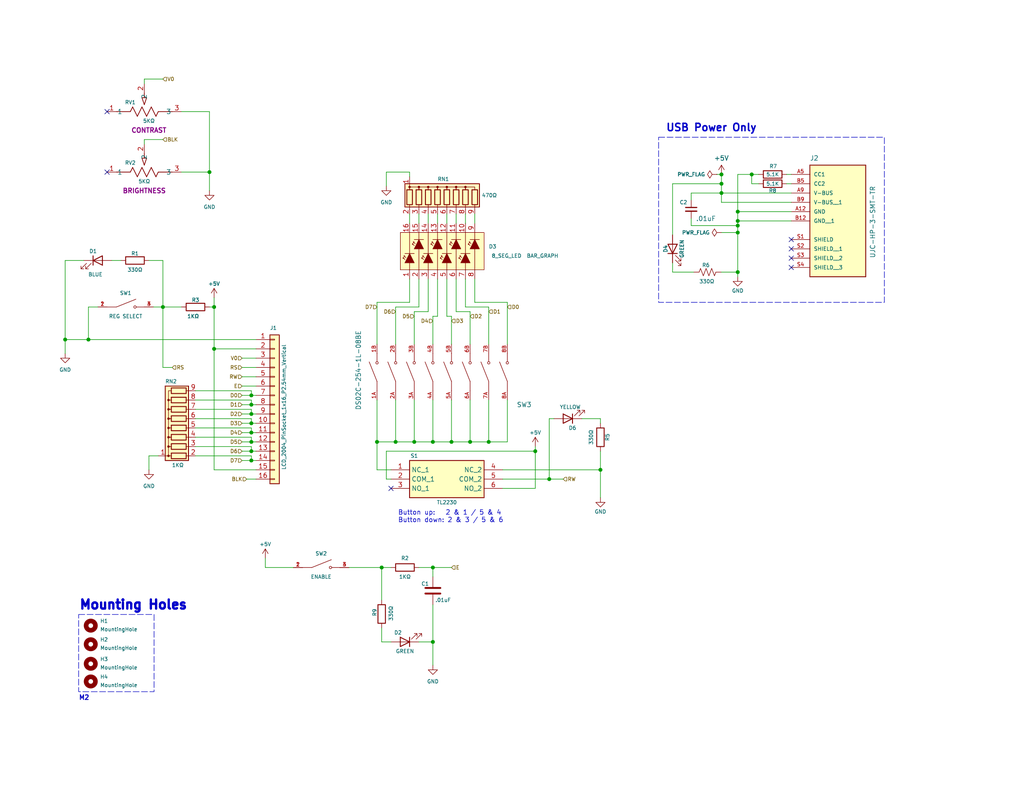
<source format=kicad_sch>
(kicad_sch (version 20230121) (generator eeschema)
  (paper "USLetter")
  (title_block (title "${project_name}") (date "2024-03-15") (rev "${version}"))
  (lib_symbols
    (symbol "Device:C" (pin_numbers hide) (pin_names (offset 0.254))
      (property "Reference" "C" (at 0.635 2.54 0))
      (property "Value" "C" (at 0.635 -2.54 0))
      (symbol "C_0_1"
        (polyline (pts (xy -2.032 -0.762) (xy 2.032 -0.762)) (stroke (width 0.508)))
        (polyline (pts (xy -2.032 0.762) (xy 2.032 0.762)) (stroke (width 0.508)))
      )
      (symbol "C_1_1"
        (pin passive line (at 0 3.81 270) (length 2.794) (name "~") (number "1"))
        (pin passive line (at 0 -3.81 90) (length 2.794) (name "~") (number "2"))
      )
    )
    (symbol "Device:C_Small" (pin_numbers hide) (pin_names (offset 0.254) hide)
      (property "Reference" "C" (at 0.254 1.778 0))
      (property "Value" "C_Small" (at 0.254 -2.032 0))
      (symbol "C_Small_0_1"
        (polyline (pts (xy -1.524 -0.508) (xy 1.524 -0.508)) (stroke (width 0.3302)))
        (polyline (pts (xy -1.524 0.508) (xy 1.524 0.508)) (stroke (width 0.3048)))
      )
      (symbol "C_Small_1_1"
        (pin passive line (at 0 2.54 270) (length 2.032) (name "~") (number "1"))
        (pin passive line (at 0 -2.54 90) (length 2.032) (name "~") (number "2"))
      )
    )
    (symbol "Device:LED" (pin_numbers hide) (pin_names (offset 1.016) hide)
      (property "Reference" "D" (at 0 2.54 0))
      (property "Value" "LED" (at 0 -2.54 0))
      (symbol "LED_0_1"
        (polyline (pts (xy -1.27 -1.27) (xy -1.27 1.27)) (stroke (width 0.254)))
        (polyline (pts (xy -1.27 0) (xy 1.27 0)))
        (polyline (pts (xy 1.27 -1.27) (xy 1.27 1.27) (xy -1.27 0) (xy 1.27 -1.27)) (stroke (width 0.254)))
        (polyline (pts (xy -3.048 -0.762) (xy -4.572 -2.286) (xy -3.81 -2.286) (xy -4.572 -2.286) (xy -4.572 -1.524)))
        (polyline (pts (xy -1.778 -0.762) (xy -3.302 -2.286) (xy -2.54 -2.286) (xy -3.302 -2.286) (xy -3.302 -1.524)))
      )
      (symbol "LED_1_1"
        (pin passive line (at -3.81 0 0) (length 2.54) (name "K") (number "1"))
        (pin passive line (at 3.81 0 180) (length 2.54) (name "A") (number "2"))
      )
    )
    (symbol "Device:R" (pin_numbers hide) (pin_names (offset 0))
      (property "Reference" "R" (at 2.032 0 90))
      (property "Value" "R" (at 0 0 90))
      (symbol "R_0_1"
        (rectangle (start -1.016 -2.54) (end 1.016 2.54) (stroke (width 0.254)))
      )
      (symbol "R_1_1"
        (pin passive line (at 0 3.81 270) (length 1.27) (name "~") (number "1"))
        (pin passive line (at 0 -3.81 90) (length 1.27) (name "~") (number "2"))
      )
    )
    (symbol "Device:R_US" (pin_numbers hide) (pin_names (offset 0))
      (property "Reference" "R" (at 2.54 0 90))
      (property "Value" "R_US" (at -2.54 0 90))
      (symbol "R_US_0_1"
        (polyline (pts (xy 0 -2.286) (xy 0 -2.54)))
        (polyline (pts (xy 0 2.286) (xy 0 2.54)))
        (polyline (pts (xy 0 -0.762) (xy 1.016 -1.143) (xy 0 -1.524) (xy -1.016 -1.905) (xy 0 -2.286)))
        (polyline (pts (xy 0 0.762) (xy 1.016 0.381) (xy 0 0) (xy -1.016 -0.381) (xy 0 -0.762)))
        (polyline (pts (xy 0 2.286) (xy 1.016 1.905) (xy 0 1.524) (xy -1.016 1.143) (xy 0 0.762)))
      )
      (symbol "R_US_1_1"
        (pin passive line (at 0 3.81 270) (length 1.27) (name "~") (number "1"))
        (pin passive line (at 0 -3.81 90) (length 1.27) (name "~") (number "2"))
      )
    )
    (symbol "Lutzcraft:UJC-HP-3-SMT-TR" (pin_names (offset 1.016))
      (property "Reference" "J" (at -7.62 8.89 0))
      (property "Value" "UJC-HP-3-SMT-TR" (at -7.62 -24.13 0))
      (symbol "UJC-HP-3-SMT-TR_0_0"
        (rectangle (start -7.62 -22.86) (end 7.62 7.62) (stroke (width 0.254)) (fill (type background)))
        (pin power_in line (at -12.7 -5.08 0) (length 5.08) (name "GND") (number "A12"))
        (pin bidirectional line (at -12.7 5.08 0) (length 5.08) (name "CC1") (number "A5"))
        (pin power_in line (at -12.7 0 0) (length 5.08) (name "V-BUS") (number "A9"))
        (pin power_in line (at -12.7 -7.62 0) (length 5.08) (name "GND__1") (number "B12"))
        (pin bidirectional line (at -12.7 2.54 0) (length 5.08) (name "CC2") (number "B5"))
        (pin power_in line (at -12.7 -2.54 0) (length 5.08) (name "V-BUS__1") (number "B9"))
        (pin passive line (at -12.7 -12.7 0) (length 5.08) (name "SHIELD") (number "S1"))
        (pin passive line (at -12.7 -15.24 0) (length 5.08) (name "SHIELD__1") (number "S2"))
        (pin passive line (at -12.7 -17.78 0) (length 5.08) (name "SHIELD__2") (number "S3"))
        (pin passive line (at -12.7 -20.32 0) (length 5.08) (name "SHIELD__3") (number "S4"))
      )
    )
    (symbol "Mechanical:MountingHole" (pin_names (offset 1.016))
      (property "Reference" "H" (at 0 5.08 0))
      (property "Value" "MountingHole" (at 0 3.175 0))
      (symbol "MountingHole_0_1"
        (circle (center 0 0) (radius 1.27) (stroke (width 1.27)))
      )
    )
    (symbol "TL2230EEF140_1"
      (property "Reference" "S" (at 26.67 7.62 0))
      (property "Value" "TL2230EEF140" (at 26.67 5.08 0))
      (symbol "TL2230EEF140_1_1_1"
        (rectangle (start 5.08 2.54) (end 25.4 -7.62) (stroke (width 0.254)) (fill (type background)))
        (pin passive line (at 0 0 0) (length 5.08) (name "NC_1") (number "1"))
        (pin passive line (at 0 -2.54 0) (length 5.08) (name "COM_1") (number "2"))
        (pin passive line (at 0 -5.08 0) (length 5.08) (name "NO_1") (number "3"))
        (pin passive line (at 30.48 0 180) (length 5.08) (name "NC_2") (number "4"))
        (pin passive line (at 30.48 -2.54 180) (length 5.08) (name "COM_2") (number "5"))
        (pin passive line (at 30.48 -5.08 180) (length 5.08) (name "NO_2") (number "6"))
      )
    )
    (symbol "hd44780_tutorial:BOURNE-3386P-1-502LF" (pin_names (offset 0.254))
      (property "Reference" "RV" (at 10.795 -3.175 0))
      (property "Value" "BOURNE-3386P-1-502LF" (at 10.795 -6.35 0))
      (symbol "BOURNE-3386P-1-502LF_1_1"
        (polyline (pts (xy 2.54 0) (xy 6.35 0)) (stroke (width 0.2032)))
        (polyline (pts (xy 6.35 0) (xy 6.985 1.27)) (stroke (width 0.2032)))
        (polyline (pts (xy 6.985 1.27) (xy 8.255 -1.27)) (stroke (width 0.2032)))
        (polyline (pts (xy 8.255 -1.27) (xy 9.525 1.27)) (stroke (width 0.2032)))
        (polyline (pts (xy 9.525 1.27) (xy 10.795 -1.27)) (stroke (width 0.2032)))
        (polyline (pts (xy 9.525 3.81) (xy 10.16 1.905)) (stroke (width 0.2032)))
        (polyline (pts (xy 9.525 3.81) (xy 10.795 3.81)) (stroke (width 0.2032)))
        (polyline (pts (xy 10.16 3.81) (xy 10.16 5.08)) (stroke (width 0.2032)))
        (polyline (pts (xy 10.795 -1.27) (xy 12.065 1.27)) (stroke (width 0.2032)))
        (polyline (pts (xy 10.795 3.81) (xy 10.16 1.905)) (stroke (width 0.2032)))
        (polyline (pts (xy 12.065 1.27) (xy 13.335 -1.27)) (stroke (width 0.2032)))
        (polyline (pts (xy 13.335 -1.27) (xy 13.97 0)) (stroke (width 0.2032)))
        (polyline (pts (xy 13.97 0) (xy 17.78 0)) (stroke (width 0.2032)))
        (pin passive line (at 0 0 0) (length 2.54) (name "1") (number "1"))
        (pin passive line (at 10.16 7.62 270) (length 2.54) (name "2") (number "2"))
        (pin passive line (at 20.32 0 180) (length 2.54) (name "3") (number "3"))
      )
    )
    (symbol "hd44780_tutorial:DS02C-254-1L-08BE" (pin_names (offset 1.016) hide)
      (property "Reference" "S" (at -2.54 20.32 0))
      (property "Value" "DS02C-254-1L-08BE" (at -2.54 -20.32 0))
      (symbol "DS02C-254-1L-08BE_0_0"
        (polyline (pts (xy -2.54 -17.78) (xy -5.08 -17.78)) (stroke (width 0.1524)))
        (polyline (pts (xy -2.54 -17.78) (xy 2.794 -15.6464)) (stroke (width 0.1524)))
        (polyline (pts (xy -2.54 -12.7) (xy -5.08 -12.7)) (stroke (width 0.1524)))
        (polyline (pts (xy -2.54 -12.7) (xy 2.794 -10.5664)) (stroke (width 0.1524)))
        (polyline (pts (xy -2.54 -7.62) (xy -5.08 -7.62)) (stroke (width 0.1524)))
        (polyline (pts (xy -2.54 -7.62) (xy 2.794 -5.4864)) (stroke (width 0.1524)))
        (polyline (pts (xy -2.54 -2.54) (xy -5.08 -2.54)) (stroke (width 0.1524)))
        (polyline (pts (xy -2.54 -2.54) (xy 2.794 -0.4064)) (stroke (width 0.1524)))
        (polyline (pts (xy -2.54 2.54) (xy -5.08 2.54)) (stroke (width 0.1524)))
        (polyline (pts (xy -2.54 2.54) (xy 2.794 4.6736)) (stroke (width 0.1524)))
        (polyline (pts (xy -2.54 7.62) (xy -5.08 7.62)) (stroke (width 0.1524)))
        (polyline (pts (xy -2.54 7.62) (xy 2.794 9.7536)) (stroke (width 0.1524)))
        (polyline (pts (xy -2.54 12.7) (xy -5.08 12.7)) (stroke (width 0.1524)))
        (polyline (pts (xy -2.54 12.7) (xy 2.794 14.8336)) (stroke (width 0.1524)))
        (polyline (pts (xy -2.54 17.78) (xy -5.08 17.78)) (stroke (width 0.1524)))
        (polyline (pts (xy -2.54 17.78) (xy 2.794 19.9136)) (stroke (width 0.1524)))
        (polyline (pts (xy 5.08 -17.78) (xy 2.921 -17.78)) (stroke (width 0.1524)))
        (polyline (pts (xy 5.08 -12.7) (xy 2.921 -12.7)) (stroke (width 0.1524)))
        (polyline (pts (xy 5.08 -7.62) (xy 2.921 -7.62)) (stroke (width 0.1524)))
        (polyline (pts (xy 5.08 -2.54) (xy 2.921 -2.54)) (stroke (width 0.1524)))
        (polyline (pts (xy 5.08 2.54) (xy 2.921 2.54)) (stroke (width 0.1524)))
        (polyline (pts (xy 5.08 7.62) (xy 2.921 7.62)) (stroke (width 0.1524)))
        (polyline (pts (xy 5.08 12.7) (xy 2.921 12.7)) (stroke (width 0.1524)))
        (polyline (pts (xy 5.08 17.78) (xy 2.921 17.78)) (stroke (width 0.1524)))
        (circle (center 2.54 -17.78) (radius 0.3302) (stroke (width 0.1524)))
        (circle (center 2.54 -12.7) (radius 0.3302) (stroke (width 0.1524)))
        (circle (center 2.54 -7.62) (radius 0.3302) (stroke (width 0.1524)))
        (circle (center 2.54 -2.54) (radius 0.3302) (stroke (width 0.1524)))
        (circle (center 2.54 2.54) (radius 0.3302) (stroke (width 0.1524)))
        (circle (center 2.54 7.62) (radius 0.3302) (stroke (width 0.1524)))
        (circle (center 2.54 12.7) (radius 0.3302) (stroke (width 0.1524)))
        (circle (center 2.54 17.78) (radius 0.3302) (stroke (width 0.1524)))
        (pin passive line (at -7.62 17.78 0) (length 2.54) (name "~") (number "1A"))
        (pin passive line (at 7.62 17.78 180) (length 2.54) (name "~") (number "1B"))
        (pin passive line (at -7.62 12.7 0) (length 2.54) (name "~") (number "2A"))
        (pin passive line (at 7.62 12.7 180) (length 2.54) (name "~") (number "2B"))
        (pin passive line (at -7.62 7.62 0) (length 2.54) (name "~") (number "3A"))
        (pin passive line (at 7.62 7.62 180) (length 2.54) (name "~") (number "3B"))
        (pin passive line (at -7.62 2.54 0) (length 2.54) (name "~") (number "4A"))
        (pin passive line (at 7.62 2.54 180) (length 2.54) (name "~") (number "4B"))
        (pin passive line (at -7.62 -2.54 0) (length 2.54) (name "~") (number "5A"))
        (pin passive line (at 7.62 -2.54 180) (length 2.54) (name "~") (number "5B"))
        (pin passive line (at -7.62 -7.62 0) (length 2.54) (name "~") (number "6A"))
        (pin passive line (at 7.62 -7.62 180) (length 2.54) (name "~") (number "6B"))
        (pin passive line (at -7.62 -12.7 0) (length 2.54) (name "~") (number "7A"))
        (pin passive line (at 7.62 -12.7 180) (length 2.54) (name "~") (number "7B"))
        (pin passive line (at -7.62 -17.78 0) (length 2.54) (name "~") (number "8A"))
        (pin passive line (at 7.62 -17.78 180) (length 2.54) (name "~") (number "8B"))
      )
    )
    (symbol "hd44780_tutorial:LCD_2004_PinSocket_1x16_P2.54mm_Vertical" (pin_names (offset 1.016) hide)
      (property "Reference" "J" (at 0 20.32 0))
      (property "Value" "LCD_2004_PinSocket_1x16_P2.54mm_Vertical" (at 0 -22.86 0))
      (symbol "LCD_2004_PinSocket_1x16_P2.54mm_Vertical_1_1"
        (rectangle (start -1.27 -20.193) (end 0 -20.447) (stroke (width 0.1524)))
        (rectangle (start -1.27 -17.653) (end 0 -17.907) (stroke (width 0.1524)))
        (rectangle (start -1.27 -15.113) (end 0 -15.367) (stroke (width 0.1524)))
        (rectangle (start -1.27 -12.573) (end 0 -12.827) (stroke (width 0.1524)))
        (rectangle (start -1.27 -10.033) (end 0 -10.287) (stroke (width 0.1524)))
        (rectangle (start -1.27 -7.493) (end 0 -7.747) (stroke (width 0.1524)))
        (rectangle (start -1.27 -4.953) (end 0 -5.207) (stroke (width 0.1524)))
        (rectangle (start -1.27 -2.413) (end 0 -2.667) (stroke (width 0.1524)))
        (rectangle (start -1.27 0.127) (end 0 -0.127) (stroke (width 0.1524)))
        (rectangle (start -1.27 2.667) (end 0 2.413) (stroke (width 0.1524)))
        (rectangle (start -1.27 5.207) (end 0 4.953) (stroke (width 0.1524)))
        (rectangle (start -1.27 7.747) (end 0 7.493) (stroke (width 0.1524)))
        (rectangle (start -1.27 10.287) (end 0 10.033) (stroke (width 0.1524)))
        (rectangle (start -1.27 12.827) (end 0 12.573) (stroke (width 0.1524)))
        (rectangle (start -1.27 15.367) (end 0 15.113) (stroke (width 0.1524)))
        (rectangle (start -1.27 17.907) (end 0 17.653) (stroke (width 0.1524)))
        (rectangle (start -1.27 19.05) (end 1.27 -21.59) (stroke (width 0.254)) (fill (type background)))
        (pin passive line (at -5.08 17.78 0) (length 3.81) (name "Pin_1") (number "1"))
        (pin passive line (at -5.08 -5.08 0) (length 3.81) (name "Pin_10") (number "10"))
        (pin passive line (at -5.08 -7.62 0) (length 3.81) (name "Pin_11") (number "11"))
        (pin passive line (at -5.08 -10.16 0) (length 3.81) (name "Pin_12") (number "12"))
        (pin passive line (at -5.08 -12.7 0) (length 3.81) (name "Pin_13") (number "13"))
        (pin passive line (at -5.08 -15.24 0) (length 3.81) (name "Pin_14") (number "14"))
        (pin passive line (at -5.08 -17.78 0) (length 3.81) (name "Pin_15") (number "15"))
        (pin passive line (at -5.08 -20.32 0) (length 3.81) (name "Pin_16") (number "16"))
        (pin passive line (at -5.08 15.24 0) (length 3.81) (name "Pin_2") (number "2"))
        (pin passive line (at -5.08 12.7 0) (length 3.81) (name "Pin_3") (number "3"))
        (pin passive line (at -5.08 10.16 0) (length 3.81) (name "Pin_4") (number "4"))
        (pin passive line (at -5.08 7.62 0) (length 3.81) (name "Pin_5") (number "5"))
        (pin passive line (at -5.08 5.08 0) (length 3.81) (name "Pin_6") (number "6"))
        (pin passive line (at -5.08 2.54 0) (length 3.81) (name "Pin_7") (number "7"))
        (pin passive line (at -5.08 0 0) (length 3.81) (name "Pin_8") (number "8"))
        (pin passive line (at -5.08 -2.54 0) (length 3.81) (name "Pin_9") (number "9"))
      )
    )
    (symbol "hd44780_tutorial:LED_BAR_GRAPH_8_SEG_SOCKET" (pin_names (offset 0))
      (property "Reference" "D" (at -3.81 3.81 0))
      (property "Value" "LED_BAR_GRAPH_8_SEG_SOCKET" (at 0.635 -22.225 0))
      (symbol "LED_BAR_GRAPH_8_SEG_SOCKET_0_1"
        (rectangle (start -5.08 2.54) (end 5.08 -20.32) (fill (type background)))
        (polyline (pts (xy -5.08 -15.24) (xy -3.175 -15.24)))
        (polyline (pts (xy -5.08 -10.16) (xy -3.175 -10.16)))
        (polyline (pts (xy -5.08 -5.08) (xy -3.175 -5.08)))
        (polyline (pts (xy -3.175 0) (xy -5.08 0)))
        (polyline (pts (xy -1.778 -13.462) (xy -2.286 -13.97)))
        (polyline (pts (xy -1.778 -8.382) (xy -2.286 -8.89)))
        (polyline (pts (xy -1.778 -3.302) (xy -2.286 -3.81)))
        (polyline (pts (xy -1.778 1.778) (xy -2.286 1.27)))
        (polyline (pts (xy -1.27 -13.716) (xy -1.778 -14.224)))
        (polyline (pts (xy -1.27 -8.636) (xy -1.778 -9.144)))
        (polyline (pts (xy -1.27 -3.556) (xy -1.778 -4.064)))
        (polyline (pts (xy -1.27 1.524) (xy -1.778 1.016)))
        (polyline (pts (xy -0.635 -16.51) (xy -0.635 -13.97)))
        (polyline (pts (xy -0.635 -15.24) (xy 5.08 -15.24)))
        (polyline (pts (xy -0.635 -10.16) (xy 5.08 -10.16)))
        (polyline (pts (xy -0.635 -8.89) (xy -0.635 -11.43)))
        (polyline (pts (xy -0.635 -5.08) (xy 5.08 -5.08)))
        (polyline (pts (xy -0.635 -3.81) (xy -0.635 -6.35)))
        (polyline (pts (xy -0.635 0) (xy 5.08 0)))
        (polyline (pts (xy -0.635 1.27) (xy -0.635 -1.27)))
        (polyline (pts (xy 0.635 -17.78) (xy -5.08 -17.78)))
        (polyline (pts (xy 0.635 -12.7) (xy -5.08 -12.7)))
        (polyline (pts (xy 0.635 -7.62) (xy -5.08 -7.62)))
        (polyline (pts (xy 0.635 -2.54) (xy -5.08 -2.54)))
        (polyline (pts (xy 2.032 -16.002) (xy 1.524 -16.51)))
        (polyline (pts (xy 2.032 -10.922) (xy 1.524 -11.43)))
        (polyline (pts (xy 2.032 -5.842) (xy 1.524 -6.35)))
        (polyline (pts (xy 2.032 -0.762) (xy 1.524 -1.27)))
        (polyline (pts (xy 2.54 -16.256) (xy 2.032 -16.764)))
        (polyline (pts (xy 2.54 -11.176) (xy 2.032 -11.684)))
        (polyline (pts (xy 2.54 -6.096) (xy 2.032 -6.604)))
        (polyline (pts (xy 2.54 -1.016) (xy 2.032 -1.524)))
        (polyline (pts (xy 3.175 -17.78) (xy 5.08 -17.78)))
        (polyline (pts (xy 3.175 -16.51) (xy 3.175 -19.05)))
        (polyline (pts (xy 3.175 -12.7) (xy 5.08 -12.7)))
        (polyline (pts (xy 3.175 -11.43) (xy 3.175 -13.97)))
        (polyline (pts (xy 3.175 -7.62) (xy 5.08 -7.62)))
        (polyline (pts (xy 3.175 -6.35) (xy 3.175 -8.89)))
        (polyline (pts (xy 3.175 -2.54) (xy 5.08 -2.54)))
        (polyline (pts (xy 3.175 -1.27) (xy 3.175 -3.81)))
        (polyline (pts (xy -2.032 -13.462) (xy -1.778 -13.462) (xy -1.778 -13.716)))
        (polyline (pts (xy -2.032 -8.382) (xy -1.778 -8.382) (xy -1.778 -8.636)))
        (polyline (pts (xy -2.032 -3.302) (xy -1.778 -3.302) (xy -1.778 -3.556)))
        (polyline (pts (xy -2.032 1.778) (xy -1.778 1.778) (xy -1.778 1.524)))
        (polyline (pts (xy -1.524 -13.716) (xy -1.27 -13.716) (xy -1.27 -13.97)))
        (polyline (pts (xy -1.524 -8.636) (xy -1.27 -8.636) (xy -1.27 -8.89)))
        (polyline (pts (xy -1.524 -3.556) (xy -1.27 -3.556) (xy -1.27 -3.81)))
        (polyline (pts (xy -1.524 1.524) (xy -1.27 1.524) (xy -1.27 1.27)))
        (polyline (pts (xy 1.778 -16.002) (xy 2.032 -16.002) (xy 2.032 -16.256)))
        (polyline (pts (xy 1.778 -10.922) (xy 2.032 -10.922) (xy 2.032 -11.176)))
        (polyline (pts (xy 1.778 -5.842) (xy 2.032 -5.842) (xy 2.032 -6.096)))
        (polyline (pts (xy 1.778 -0.762) (xy 2.032 -0.762) (xy 2.032 -1.016)))
        (polyline (pts (xy 2.286 -16.256) (xy 2.54 -16.256) (xy 2.54 -16.51)))
        (polyline (pts (xy 2.286 -11.176) (xy 2.54 -11.176) (xy 2.54 -11.43)))
        (polyline (pts (xy 2.286 -6.096) (xy 2.54 -6.096) (xy 2.54 -6.35)))
        (polyline (pts (xy 2.286 -1.016) (xy 2.54 -1.016) (xy 2.54 -1.27)))
        (polyline (pts (xy -3.175 -13.97) (xy -3.175 -16.51) (xy -0.635 -15.24) (xy -3.175 -13.97)) (fill (type outline)))
        (polyline (pts (xy -3.175 -8.89) (xy -3.175 -11.43) (xy -0.635 -10.16) (xy -3.175 -8.89)) (fill (type outline)))
        (polyline (pts (xy -3.175 -3.81) (xy -3.175 -6.35) (xy -0.635 -5.08) (xy -3.175 -3.81)) (fill (type outline)))
        (polyline (pts (xy -3.175 1.27) (xy -3.175 -1.27) (xy -0.635 0) (xy -3.175 1.27)) (fill (type outline)))
        (polyline (pts (xy 0.635 -16.51) (xy 0.635 -19.05) (xy 3.175 -17.78) (xy 0.635 -16.51)) (fill (type outline)))
        (polyline (pts (xy 0.635 -11.43) (xy 0.635 -13.97) (xy 3.175 -12.7) (xy 0.635 -11.43)) (fill (type outline)))
        (polyline (pts (xy 0.635 -6.35) (xy 0.635 -8.89) (xy 3.175 -7.62) (xy 0.635 -6.35)) (fill (type outline)))
        (polyline (pts (xy 0.635 -1.27) (xy 0.635 -3.81) (xy 3.175 -2.54) (xy 0.635 -1.27)) (fill (type outline)))
      )
      (symbol "LED_BAR_GRAPH_8_SEG_SOCKET_1_1"
        (pin input line (at -7.62 0 0) (length 2.54) (name "~") (number "1"))
        (pin output line (at 7.62 -15.24 180) (length 2.54) (name "~") (number "10"))
        (pin output line (at 7.62 -12.7 180) (length 2.54) (name "~") (number "11"))
        (pin output line (at 7.62 -10.16 180) (length 2.54) (name "~") (number "12"))
        (pin output line (at 7.62 -7.62 180) (length 2.54) (name "~") (number "13"))
        (pin output line (at 7.62 -5.08 180) (length 2.54) (name "~") (number "14"))
        (pin output line (at 7.62 -2.54 180) (length 2.54) (name "~") (number "15"))
        (pin output line (at 7.62 0 180) (length 2.54) (name "~") (number "16"))
        (pin input line (at -7.62 -2.54 0) (length 2.54) (name "~") (number "2"))
        (pin input line (at -7.62 -5.08 0) (length 2.54) (name "~") (number "3"))
        (pin input line (at -7.62 -7.62 0) (length 2.54) (name "~") (number "4"))
        (pin input line (at -7.62 -10.16 0) (length 2.54) (name "~") (number "5"))
        (pin input line (at -7.62 -12.7 0) (length 2.54) (name "~") (number "6"))
        (pin input line (at -7.62 -15.24 0) (length 2.54) (name "~") (number "7"))
        (pin input line (at -7.62 -17.78 0) (length 2.54) (name "~") (number "8"))
        (pin output line (at 7.62 -17.78 180) (length 2.54) (name "~") (number "9"))
      )
    )
    (symbol "hd44780_tutorial:R_Network08" (pin_names (offset 0) hide)
      (property "Reference" "RN" (at -12.7 0 90))
      (property "Value" "R_Network08" (at 10.16 0 90))
      (symbol "R_Network08_0_1"
        (rectangle (start -11.43 -3.175) (end 8.89 3.175) (stroke (width 0.254)) (fill (type background)))
        (rectangle (start -10.922 1.524) (end -9.398 -2.54) (stroke (width 0.254)))
        (circle (center -10.16 2.286) (radius 0.254) (fill (type outline)))
        (rectangle (start -8.382 1.524) (end -6.858 -2.54) (stroke (width 0.254)))
        (circle (center -7.62 2.286) (radius 0.254) (fill (type outline)))
        (rectangle (start -5.842 1.524) (end -4.318 -2.54) (stroke (width 0.254)))
        (circle (center -5.08 2.286) (radius 0.254) (fill (type outline)))
        (rectangle (start -3.302 1.524) (end -1.778 -2.54) (stroke (width 0.254)))
        (circle (center -2.54 2.286) (radius 0.254) (fill (type outline)))
        (rectangle (start -0.762 1.524) (end 0.762 -2.54) (stroke (width 0.254)))
        (polyline (pts (xy -10.16 -2.54) (xy -10.16 -3.81)))
        (polyline (pts (xy -7.62 -2.54) (xy -7.62 -3.81)))
        (polyline (pts (xy -5.08 -2.54) (xy -5.08 -3.81)))
        (polyline (pts (xy -2.54 -2.54) (xy -2.54 -3.81)))
        (polyline (pts (xy 0 -2.54) (xy 0 -3.81)))
        (polyline (pts (xy 2.54 -2.54) (xy 2.54 -3.81)))
        (polyline (pts (xy 5.08 -2.54) (xy 5.08 -3.81)))
        (polyline (pts (xy 7.62 -2.54) (xy 7.62 -3.81)))
        (polyline (pts (xy -10.16 1.524) (xy -10.16 2.286) (xy -7.62 2.286) (xy -7.62 1.524)))
        (polyline (pts (xy -7.62 1.524) (xy -7.62 2.286) (xy -5.08 2.286) (xy -5.08 1.524)))
        (polyline (pts (xy -5.08 1.524) (xy -5.08 2.286) (xy -2.54 2.286) (xy -2.54 1.524)))
        (polyline (pts (xy -2.54 1.524) (xy -2.54 2.286) (xy 0 2.286) (xy 0 1.524)))
        (polyline (pts (xy 0 1.524) (xy 0 2.286) (xy 2.54 2.286) (xy 2.54 1.524)))
        (polyline (pts (xy 2.54 1.524) (xy 2.54 2.286) (xy 5.08 2.286) (xy 5.08 1.524)))
        (polyline (pts (xy 5.08 1.524) (xy 5.08 2.286) (xy 7.62 2.286) (xy 7.62 1.524)))
        (circle (center 0 2.286) (radius 0.254) (fill (type outline)))
        (rectangle (start 1.778 1.524) (end 3.302 -2.54) (stroke (width 0.254)))
        (circle (center 2.54 2.286) (radius 0.254) (fill (type outline)))
        (rectangle (start 4.318 1.524) (end 5.842 -2.54) (stroke (width 0.254)))
        (circle (center 5.08 2.286) (radius 0.254) (fill (type outline)))
        (rectangle (start 6.858 1.524) (end 8.382 -2.54) (stroke (width 0.254)))
      )
      (symbol "R_Network08_1_1"
        (pin passive line (at -10.16 5.08 270) (length 2.54) (name "common") (number "1"))
        (pin passive line (at -10.16 -5.08 90) (length 1.27) (name "R1") (number "2"))
        (pin passive line (at -7.62 -5.08 90) (length 1.27) (name "R2") (number "3"))
        (pin passive line (at -5.08 -5.08 90) (length 1.27) (name "R3") (number "4"))
        (pin passive line (at -2.54 -5.08 90) (length 1.27) (name "R4") (number "5"))
        (pin passive line (at 0 -5.08 90) (length 1.27) (name "R5") (number "6"))
        (pin passive line (at 2.54 -5.08 90) (length 1.27) (name "R6") (number "7"))
        (pin passive line (at 5.08 -5.08 90) (length 1.27) (name "R7") (number "8"))
        (pin passive line (at 7.62 -5.08 90) (length 1.27) (name "R8") (number "9"))
      )
    )
    (symbol "hd44780_tutorial:SW-1825967-1" (pin_names (offset 1.016) hide)
      (property "Reference" "S" (at -2.54 2.54 0))
      (property "Value" "SW-1825967-1" (at -2.54 -2.54 0))
      (symbol "SW-1825967-1_0_0"
        (polyline (pts (xy -2.54 0) (xy -5.08 0)) (stroke (width 0.1524)))
        (polyline (pts (xy -2.54 0) (xy 2.794 2.1336)) (stroke (width 0.1524)))
        (polyline (pts (xy 5.08 0) (xy 2.921 0)) (stroke (width 0.1524)))
        (circle (center 2.54 0) (radius 0.3302) (stroke (width 0.1524)))
        (pin passive line (at -7.62 0 0) (length 2.54) (name "~") (number "1"))
        (pin passive line (at -7.62 0 0) (length 2.54) (name "~") (number "2"))
        (pin passive line (at 7.62 0 180) (length 2.54) (name "~") (number "3"))
        (pin passive line (at 7.62 0 180) (length 2.54) (name "~") (number "4"))
      )
    )
    (symbol "power:+5V" (power) (pin_names (offset 0))
      (property "Value" "+5V" (at 0 3.556 0))
      (symbol "+5V_0_1"
        (polyline (pts (xy -0.762 1.27) (xy 0 2.54)))
        (polyline (pts (xy 0 0) (xy 0 2.54)))
        (polyline (pts (xy 0 2.54) (xy 0.762 1.27)))
      )
      (symbol "+5V_1_1"
        (pin power_in line (at 0 0 90) (length 0) hide (name "+5V") (number "1"))
      )
    )
    (symbol "power:GND" (power) (pin_names (offset 0))
      (property "Value" "GND" (at 0 -3.81 0))
      (symbol "GND_0_1"
        (polyline (pts (xy 0 0) (xy 0 -1.27) (xy 1.27 -1.27) (xy 0 -2.54) (xy -1.27 -1.27) (xy 0 -1.27)))
      )
      (symbol "GND_1_1"
        (pin power_in line (at 0 0 270) (length 0) hide (name "GND") (number "1"))
      )
    )
    (symbol "power:PWR_FLAG" (power) (pin_numbers hide) (pin_names (offset 0) hide)
      (property "Value" "PWR_FLAG" (at 0 3.81 0))
      (symbol "PWR_FLAG_0_0"
        (pin power_out line (at 0 0 90) (length 0) (name "pwr") (number "1"))
      )
      (symbol "PWR_FLAG_0_1"
        (polyline (pts (xy 0 0) (xy 0 1.27) (xy -1.016 1.905) (xy 0 2.54) (xy 1.016 1.905) (xy 0 1.27)))
      )
    )
  )
  (junction (at 113.03 120.65))
  (junction (at 57.15 46.99))
  (junction (at 205.105 47.625))
  (junction (at 201.295 57.785))
  (junction (at 68.58 110.49))
  (junction (at 68.58 115.57))
  (junction (at 123.19 120.65))
  (junction (at 104.14 154.94))
  (junction (at 118.11 120.65))
  (junction (at 68.58 120.65))
  (junction (at 107.95 120.65))
  (junction (at 201.295 61.595))
  (junction (at 201.295 63.5))
  (junction (at 58.42 95.25))
  (junction (at 133.35 120.65))
  (junction (at 58.42 83.82))
  (junction (at 102.87 120.65))
  (junction (at 17.78 92.71))
  (junction (at 163.83 128.27))
  (junction (at 118.11 175.26))
  (junction (at 128.27 120.65))
  (junction (at 201.295 74.295))
  (junction (at 68.58 123.19))
  (junction (at 201.295 60.325))
  (junction (at 196.85 50.165))
  (junction (at 196.85 47.625))
  (junction (at 146.05 123.19))
  (junction (at 68.58 113.03))
  (junction (at 68.58 118.11))
  (junction (at 68.58 107.95))
  (junction (at 196.85 52.705))
  (junction (at 149.86 130.81))
  (junction (at 24.13 92.71))
  (junction (at 118.11 154.94))
  (junction (at 68.58 125.73))
  (junction (at 44.45 83.82))
  (no_connect (at 29.21 30.48))
  (no_connect (at 215.9 73.025))
  (no_connect (at 106.68 133.35))
  (no_connect (at 29.21 46.99))
  (no_connect (at 215.9 67.945))
  (no_connect (at 215.9 65.405))
  (no_connect (at 215.9 70.485))
  (wire (pts (xy 69.85 95.25) (xy 58.42 95.25)))
  (wire (pts (xy 183.515 74.295) (xy 189.23 74.295)))
  (wire (pts (xy 111.76 82.55) (xy 111.76 76.2)))
  (wire (pts (xy 53.34 114.3) (xy 68.58 114.3)))
  (wire (pts (xy 58.42 83.82) (xy 58.42 95.25)))
  (wire (pts (xy 49.53 46.99) (xy 57.15 46.99)))
  (wire (pts (xy 114.3 76.2) (xy 114.3 83.82)))
  (wire (pts (xy 102.87 82.55) (xy 111.76 82.55)))
  (wire (pts (xy 107.95 109.22) (xy 107.95 120.65)))
  (wire (pts (xy 127 83.82) (xy 127 76.2)))
  (wire (pts (xy 214.63 47.625) (xy 215.9 47.625)))
  (wire (pts (xy 24.13 83.82) (xy 24.13 92.71)))
  (wire (pts (xy 26.67 83.82) (xy 24.13 83.82)))
  (wire (pts (xy 113.03 85.09) (xy 113.03 93.98)))
  (wire (pts (xy 138.43 82.55) (xy 129.54 82.55)))
  (wire (pts (xy 183.515 71.755) (xy 183.515 74.295)))
  (wire (pts (xy 49.53 30.48) (xy 57.15 30.48)))
  (wire (pts (xy 17.78 71.12) (xy 17.78 92.71)))
  (wire (pts (xy 196.85 50.165) (xy 196.85 52.705)))
  (wire (pts (xy 107.95 83.82) (xy 107.95 93.98)))
  (wire (pts (xy 68.58 111.76) (xy 68.58 113.03)))
  (wire (pts (xy 66.04 102.87) (xy 69.85 102.87)))
  (wire (pts (xy 183.515 64.135) (xy 183.515 50.165)))
  (wire (pts (xy 68.58 119.38) (xy 68.58 120.65)))
  (wire (pts (xy 201.295 47.625) (xy 201.295 57.785)))
  (wire (pts (xy 118.11 109.22) (xy 118.11 120.65)))
  (wire (pts (xy 127 58.42) (xy 127 60.96)))
  (wire (pts (xy 102.87 82.55) (xy 102.87 93.98)))
  (wire (pts (xy 129.54 58.42) (xy 129.54 60.96)))
  (wire (pts (xy 151.13 114.3) (xy 149.86 114.3)))
  (wire (pts (xy 66.04 110.49) (xy 68.58 110.49)))
  (wire (pts (xy 53.34 109.22) (xy 68.58 109.22)))
  (wire (pts (xy 66.04 115.57) (xy 68.58 115.57)))
  (wire (pts (xy 133.35 83.82) (xy 133.35 93.98)))
  (wire (pts (xy 149.86 130.81) (xy 153.67 130.81)))
  (wire (pts (xy 128.27 85.09) (xy 128.27 93.98)))
  (wire (pts (xy 68.58 109.22) (xy 68.58 110.49)))
  (wire (pts (xy 111.76 46.99) (xy 105.41 46.99)))
  (wire (pts (xy 68.58 124.46) (xy 68.58 125.73)))
  (wire (pts (xy 119.38 86.36) (xy 119.38 76.2)))
  (wire (pts (xy 111.76 46.99) (xy 111.76 48.26)))
  (wire (pts (xy 68.58 110.49) (xy 69.85 110.49)))
  (wire (pts (xy 118.11 120.65) (xy 123.19 120.65)))
  (wire (pts (xy 118.11 165.1) (xy 118.11 175.26)))
  (wire (pts (xy 111.76 58.42) (xy 111.76 60.96)))
  (wire (pts (xy 57.15 30.48) (xy 57.15 46.99)))
  (wire (pts (xy 188.595 52.705) (xy 196.85 52.705)))
  (wire (pts (xy 24.13 92.71) (xy 69.85 92.71)))
  (wire (pts (xy 113.03 109.22) (xy 113.03 120.65)))
  (wire (pts (xy 138.43 93.98) (xy 138.43 82.55)))
  (wire (pts (xy 105.41 46.99) (xy 105.41 50.8)))
  (wire (pts (xy 68.58 115.57) (xy 69.85 115.57)))
  (wire (pts (xy 39.37 21.59) (xy 39.37 22.86)))
  (wire (pts (xy 196.85 63.5) (xy 201.295 63.5)))
  (wire (pts (xy 113.03 85.09) (xy 116.84 85.09)))
  (wire (pts (xy 158.75 114.3) (xy 163.83 114.3)))
  (wire (pts (xy 66.04 125.73) (xy 68.58 125.73)))
  (wire (pts (xy 195.58 47.625) (xy 196.85 47.625)))
  (wire (pts (xy 201.295 60.325) (xy 201.295 61.595)))
  (wire (pts (xy 201.295 47.625) (xy 205.105 47.625)))
  (wire (pts (xy 137.16 128.27) (xy 163.83 128.27)))
  (wire (pts (xy 53.34 124.46) (xy 68.58 124.46)))
  (wire (pts (xy 53.34 111.76) (xy 68.58 111.76)))
  (wire (pts (xy 118.11 86.36) (xy 118.11 93.98)))
  (wire (pts (xy 114.3 154.94) (xy 118.11 154.94)))
  (wire (pts (xy 105.41 123.19) (xy 105.41 130.81)))
  (wire (pts (xy 113.03 120.65) (xy 118.11 120.65)))
  (wire (pts (xy 66.04 113.03) (xy 68.58 113.03)))
  (wire (pts (xy 205.105 50.165) (xy 207.01 50.165)))
  (wire (pts (xy 118.11 86.36) (xy 119.38 86.36)))
  (wire (pts (xy 102.87 120.65) (xy 102.87 128.27)))
  (wire (pts (xy 68.58 121.92) (xy 68.58 123.19)))
  (wire (pts (xy 57.15 83.82) (xy 58.42 83.82)))
  (wire (pts (xy 30.48 71.12) (xy 33.02 71.12)))
  (wire (pts (xy 183.515 50.165) (xy 196.85 50.165)))
  (wire (pts (xy 188.595 59.69) (xy 188.595 61.595)))
  (wire (pts (xy 214.63 50.165) (xy 215.9 50.165)))
  (wire (pts (xy 107.95 120.65) (xy 113.03 120.65)))
  (wire (pts (xy 72.39 152.4) (xy 72.39 154.94)))
  (wire (pts (xy 188.595 54.61) (xy 188.595 52.705)))
  (wire (pts (xy 137.16 130.81) (xy 149.86 130.81)))
  (wire (pts (xy 66.04 120.65) (xy 68.58 120.65)))
  (wire (pts (xy 69.85 128.27) (xy 58.42 128.27)))
  (wire (pts (xy 102.87 120.65) (xy 107.95 120.65)))
  (wire (pts (xy 201.295 61.595) (xy 201.295 63.5)))
  (wire (pts (xy 163.83 114.3) (xy 163.83 115.57)))
  (wire (pts (xy 201.295 74.295) (xy 201.295 75.565)))
  (wire (pts (xy 68.58 118.11) (xy 69.85 118.11)))
  (wire (pts (xy 68.58 107.95) (xy 69.85 107.95)))
  (wire (pts (xy 196.85 74.295) (xy 201.295 74.295)))
  (wire (pts (xy 119.38 58.42) (xy 119.38 60.96)))
  (wire (pts (xy 105.41 123.19) (xy 146.05 123.19)))
  (wire (pts (xy 123.19 120.65) (xy 128.27 120.65)))
  (wire (pts (xy 53.34 106.68) (xy 68.58 106.68)))
  (wire (pts (xy 67.31 130.81) (xy 69.85 130.81)))
  (wire (pts (xy 114.3 58.42) (xy 114.3 60.96)))
  (wire (pts (xy 68.58 120.65) (xy 69.85 120.65)))
  (wire (pts (xy 133.35 109.22) (xy 133.35 120.65)))
  (wire (pts (xy 68.58 116.84) (xy 68.58 118.11)))
  (wire (pts (xy 66.04 97.79) (xy 69.85 97.79)))
  (wire (pts (xy 39.37 38.1) (xy 39.37 39.37)))
  (wire (pts (xy 44.45 100.33) (xy 44.45 83.82)))
  (wire (pts (xy 129.54 82.55) (xy 129.54 76.2)))
  (wire (pts (xy 123.19 86.36) (xy 121.92 86.36)))
  (wire (pts (xy 53.34 121.92) (xy 68.58 121.92)))
  (wire (pts (xy 201.295 57.785) (xy 201.295 60.325)))
  (wire (pts (xy 121.92 58.42) (xy 121.92 60.96)))
  (wire (pts (xy 128.27 120.65) (xy 133.35 120.65)))
  (wire (pts (xy 40.64 124.46) (xy 40.64 128.27)))
  (wire (pts (xy 107.95 83.82) (xy 114.3 83.82)))
  (wire (pts (xy 68.58 125.73) (xy 69.85 125.73)))
  (wire (pts (xy 58.42 128.27) (xy 58.42 95.25)))
  (wire (pts (xy 57.15 46.99) (xy 57.15 52.07)))
  (wire (pts (xy 149.86 114.3) (xy 149.86 130.81)))
  (wire (pts (xy 163.83 128.27) (xy 163.83 135.89)))
  (wire (pts (xy 146.05 133.35) (xy 146.05 123.19)))
  (wire (pts (xy 137.16 133.35) (xy 146.05 133.35)))
  (wire (pts (xy 201.295 57.785) (xy 215.9 57.785)))
  (wire (pts (xy 17.78 96.52) (xy 17.78 92.71)))
  (wire (pts (xy 53.34 116.84) (xy 68.58 116.84)))
  (wire (pts (xy 114.3 175.26) (xy 118.11 175.26)))
  (wire (pts (xy 163.83 123.19) (xy 163.83 128.27)))
  (wire (pts (xy 201.295 60.325) (xy 215.9 60.325)))
  (wire (pts (xy 121.92 86.36) (xy 121.92 76.2)))
  (wire (pts (xy 196.85 55.245) (xy 215.9 55.245)))
  (wire (pts (xy 68.58 106.68) (xy 68.58 107.95)))
  (wire (pts (xy 123.19 86.36) (xy 123.19 93.98)))
  (wire (pts (xy 66.04 100.33) (xy 69.85 100.33)))
  (wire (pts (xy 68.58 114.3) (xy 68.58 115.57)))
  (wire (pts (xy 123.19 154.94) (xy 118.11 154.94)))
  (wire (pts (xy 188.595 61.595) (xy 201.295 61.595)))
  (wire (pts (xy 53.34 119.38) (xy 68.58 119.38)))
  (wire (pts (xy 66.04 118.11) (xy 68.58 118.11)))
  (wire (pts (xy 104.14 154.94) (xy 104.14 163.83)))
  (wire (pts (xy 196.85 52.705) (xy 196.85 55.245)))
  (wire (pts (xy 105.41 130.81) (xy 106.68 130.81)))
  (wire (pts (xy 127 83.82) (xy 133.35 83.82)))
  (wire (pts (xy 104.14 175.26) (xy 106.68 175.26)))
  (wire (pts (xy 146.05 121.92) (xy 146.05 123.19)))
  (wire (pts (xy 68.58 113.03) (xy 69.85 113.03)))
  (wire (pts (xy 118.11 175.26) (xy 118.11 181.61)))
  (wire (pts (xy 66.04 123.19) (xy 68.58 123.19)))
  (wire (pts (xy 104.14 171.45) (xy 104.14 175.26)))
  (wire (pts (xy 207.01 47.625) (xy 205.105 47.625)))
  (wire (pts (xy 123.19 109.22) (xy 123.19 120.65)))
  (wire (pts (xy 44.45 71.12) (xy 44.45 83.82)))
  (wire (pts (xy 128.27 85.09) (xy 124.46 85.09)))
  (wire (pts (xy 124.46 58.42) (xy 124.46 60.96)))
  (wire (pts (xy 44.45 83.82) (xy 49.53 83.82)))
  (wire (pts (xy 58.42 81.28) (xy 58.42 83.82)))
  (wire (pts (xy 133.35 120.65) (xy 138.43 120.65)))
  (wire (pts (xy 66.04 105.41) (xy 69.85 105.41)))
  (wire (pts (xy 44.45 100.33) (xy 46.99 100.33)))
  (wire (pts (xy 41.91 83.82) (xy 44.45 83.82)))
  (wire (pts (xy 95.25 154.94) (xy 104.14 154.94)))
  (wire (pts (xy 80.01 154.94) (xy 72.39 154.94)))
  (wire (pts (xy 116.84 58.42) (xy 116.84 60.96)))
  (wire (pts (xy 196.85 52.705) (xy 215.9 52.705)))
  (wire (pts (xy 118.11 154.94) (xy 118.11 157.48)))
  (wire (pts (xy 17.78 92.71) (xy 24.13 92.71)))
  (wire (pts (xy 104.14 154.94) (xy 106.68 154.94)))
  (wire (pts (xy 196.85 47.625) (xy 196.85 50.165)))
  (wire (pts (xy 201.295 63.5) (xy 201.295 74.295)))
  (wire (pts (xy 205.105 47.625) (xy 205.105 50.165)))
  (wire (pts (xy 22.86 71.12) (xy 17.78 71.12)))
  (wire (pts (xy 116.84 85.09) (xy 116.84 76.2)))
  (wire (pts (xy 66.04 107.95) (xy 68.58 107.95)))
  (wire (pts (xy 44.45 38.1) (xy 39.37 38.1)))
  (wire (pts (xy 43.18 124.46) (xy 40.64 124.46)))
  (wire (pts (xy 102.87 128.27) (xy 106.68 128.27)))
  (wire (pts (xy 44.45 71.12) (xy 40.64 71.12)))
  (wire (pts (xy 102.87 120.65) (xy 102.87 109.22)))
  (wire (pts (xy 128.27 109.22) (xy 128.27 120.65)))
  (wire (pts (xy 68.58 123.19) (xy 69.85 123.19)))
  (wire (pts (xy 44.45 21.59) (xy 39.37 21.59)))
  (wire (pts (xy 124.46 85.09) (xy 124.46 76.2)))
  (wire (pts (xy 138.43 120.65) (xy 138.43 109.22)))
  (rectangle (start 179.705 37.465) (end 241.3 82.55) (stroke (width 0) (type dash)))
  (rectangle (start 21.463 167.767) (end 42.037 188.849) (stroke (width 0) (type dash)))
  (text "Button up:   2 & 1 / 5 & 4\nButton down: 2 & 3 / 5 & 6" (at 108.585 142.875 0) (effects (font (size 1.27 1.27)) (justify left bottom)))
  (text "Mounting Holes" (at 21.463 166.751 0) (effects (font (size 2.5 2.5) (thickness 0.8) bold) (justify left bottom)))
  (text "USB Power Only" (at 181.61 36.195 0) (effects (font (size 2.0066 2.0066) (thickness 0.4013) bold) (justify left bottom)))
  (text "M2" (at 21.463 191.389 0) (effects (font (size 1.27 1.27) (thickness 0.254) bold) (justify left bottom)))
  (hierarchical_label "D5" (shape input) (at 66.04 120.65 180) (effects (font (size 1 1))))
  (hierarchical_label "D0" (shape input) (at 66.04 107.95 180) (effects (font (size 1 1))))
  (hierarchical_label "D3" (shape input) (at 123.19 87.63 0) (effects (font (size 1 1))))
  (hierarchical_label "V0" (shape input) (at 66.04 97.79 180) (effects (font (size 1 1))))
  (hierarchical_label "RS" (shape input) (at 46.99 100.33 0) (effects (font (size 1 1))))
  (hierarchical_label "E" (shape input) (at 123.19 154.94 0) (effects (font (size 1 1))))
  (hierarchical_label "V0" (shape input) (at 44.45 21.59 0) (effects (font (size 1 1))))
  (hierarchical_label "BLK" (shape input) (at 67.31 130.81 180) (effects (font (size 1 1))))
  (hierarchical_label "D0" (shape input) (at 138.43 83.82 0) (effects (font (size 1 1))))
  (hierarchical_label "D1" (shape input) (at 133.35 85.09 0) (effects (font (size 1 1))))
  (hierarchical_label "RS" (shape input) (at 66.04 100.33 180) (effects (font (size 1 1))))
  (hierarchical_label "RW" (shape input) (at 153.67 130.81 0) (effects (font (size 1 1))))
  (hierarchical_label "D2" (shape input) (at 66.04 113.03 180) (effects (font (size 1 1))))
  (hierarchical_label "D7" (shape input) (at 66.04 125.73 180) (effects (font (size 1 1))))
  (hierarchical_label "D3" (shape input) (at 66.04 115.57 180) (effects (font (size 1 1))))
  (hierarchical_label "D6" (shape input) (at 107.95 85.09 180) (effects (font (size 1 1))))
  (hierarchical_label "D1" (shape input) (at 66.04 110.49 180) (effects (font (size 1 1))))
  (hierarchical_label "D2" (shape input) (at 128.27 86.36 0) (effects (font (size 1 1))))
  (hierarchical_label "D4" (shape input) (at 118.11 87.63 180) (effects (font (size 1 1))))
  (hierarchical_label "D4" (shape input) (at 66.04 118.11 180) (effects (font (size 1 1))))
  (hierarchical_label "D7" (shape input) (at 102.87 83.82 180) (effects (font (size 1 1))))
  (hierarchical_label "D5" (shape input) (at 113.03 86.36 180) (effects (font (size 1 1))))
  (hierarchical_label "E" (shape input) (at 66.04 105.41 180) (effects (font (size 1 1))))
  (hierarchical_label "RW" (shape input) (at 66.04 102.87 180) (effects (font (size 1 1))))
  (hierarchical_label "BLK" (shape input) (at 44.45 38.1 0) (effects (font (size 1 1))))
  (hierarchical_label "D6" (shape input) (at 66.04 123.19 180) (effects (font (size 1 1))))
  (symbol (lib_id "Mechanical:MountingHole") (at 24.765 186.055 0) (unit 1)
    (property "Reference" "H4" (at 27.305 184.785 0) (effects (font (size 1 1)) (justify left)))
    (property "Value" "MountingHole" (at 27.305 187.071 0) (effects (font (size 1 1)) (justify left)))
    (property "Footprint" "MountingHole:MountingHole_2.7mm_M2.5" (effects hide))
  )
  (symbol (lib_id "Mechanical:MountingHole") (at 24.765 181.229 0) (unit 1)
    (property "Reference" "H3" (at 27.305 179.959 0) (effects (font (size 1 1)) (justify left)))
    (property "Value" "MountingHole" (at 27.305 182.245 0) (effects (font (size 1 1)) (justify left)))
    (property "Footprint" "MountingHole:MountingHole_2.7mm_M2.5" (effects hide))
  )
  (symbol (lib_id "Device:R") (at 104.14 167.64 0) (unit 1)
    (property "Reference" "R9" (at 102.235 168.275 90) (effects (font (size 1 1)) (justify left)))
    (property "Value" "330Ω" (at 106.68 169.545 90) (effects (font (size 1 1)) (justify left)))
    (property "Footprint" "Resistor_THT:R_Axial_DIN0207_L6.3mm_D2.5mm_P7.62mm_Horizontal" (effects hide))
  )
  (symbol (lib_id "Device:LED") (at 110.49 175.26 180) (unit 1)
    (property "Reference" "D2" (at 108.585 172.72 0) (effects (font (size 1 1))))
    (property "Value" "GREEN" (at 110.49 177.8 0) (effects (font (size 1 1))))
    (property "Footprint" "LED_THT:LED_D3.0mm" (effects hide))
  )
  (symbol (lib_id "hd44780_tutorial:BOURNE-3386P-1-502LF") (at 29.21 46.99 0) (unit 1)
    (property "Reference" "RV2" (at 35.56 44.45 0) (effects (font (size 1 1))))
    (property "Value" "5KΩ" (at 39.37 49.53 0) (effects (font (size 1 1))))
    (property "Footprint" "footprints:BOURNE-3386P" (effects hide))
    (property "Datasheet" "https://www.bourns.com/docs/Product-Datasheets/3386.pdf" (effects hide))
    (property "Manufacturer" "Bourns, Inc." (effects hide))
    (property "Maunfacturer PN" "3386P-1-502LF" (effects hide))
    (property "Digikey" "https://www.digikey.com/en/products/detail/bourns-inc/3386P-1-502LF/1088535" (effects hide))
    (property "Digikey PN" "3386P-502LF-ND" (effects hide))
    (property "PCB Label" "BRIGHTNESS" (at 39.37 52.07 0) (effects (font bold)))
  )
  (symbol (lib_id "power:+5V") (at 196.85 47.625 0) (unit 1)
    (property "Reference" "#PWR017" (effects hide))
    (property "Value" "+5V" (at 196.85 43.18 0))
  )
  (symbol (lib_id "power:GND") (at 40.64 128.27 0) (unit 1)
    (property "Reference" "#PWR08" (effects hide))
    (property "Value" "GND" (at 40.64 132.715 0) (effects (font (size 1 1))))
  )
  (symbol (lib_id "power:PWR_FLAG") (at 195.58 47.625 90) (unit 1)
    (property "Reference" "#FLG03" (effects hide))
    (property "Value" "PWR_FLAG" (at 192.405 47.625 90) (effects (font (size 1 1)) (justify left)))
  )
  (symbol (lib_id "power:GND") (at 57.15 52.07 0) (unit 1)
    (property "Reference" "#PWR02" (effects hide))
    (property "Value" "GND" (at 57.15 56.515 0) (effects (font (size 1 1))))
  )
  (symbol (lib_id "hd44780_tutorial:SW-1825967-1") (at 87.63 154.94 0) (unit 1)
    (property "Reference" "SW2" (at 87.63 151.13 0) (effects (font (size 1 1))))
    (property "Value" "ENABLE" (at 87.63 157.48 0) (effects (font (size 1 1))))
    (property "Footprint" "footprints:SW_1825967-1" (effects hide))
    (property "Comment" "1825967-1" (effects hide))
  )
  (symbol (lib_id "power:GND") (at 17.78 96.52 0) (unit 1)
    (property "Reference" "#PWR03" (effects hide))
    (property "Value" "GND" (at 17.78 100.965 0) (effects (font (size 1 1))))
  )
  (symbol (lib_id "hd44780_tutorial:BOURNE-3386P-1-502LF") (at 29.21 30.48 0) (unit 1)
    (property "Reference" "RV1" (at 35.56 27.94 0) (effects (font (size 1 1))))
    (property "Value" "5KΩ" (at 40.64 33.02 0) (effects (font (size 1 1))))
    (property "Footprint" "footprints:BOURNE-3386P" (effects hide))
    (property "Datasheet" "https://www.bourns.com/docs/Product-Datasheets/3386.pdf" (effects hide))
    (property "Manufacturer" "Bourns, Inc." (effects hide))
    (property "Maunfacturer PN" "3386P-1-502LF" (effects hide))
    (property "Digikey" "https://www.digikey.com/en/products/detail/bourns-inc/3386P-1-502LF/1088535" (effects hide))
    (property "Digikey PN" "3386P-502LF-ND" (effects hide))
    (property "PCB Label" "CONTRAST" (at 40.64 35.56 0) (effects (font bold)))
  )
  (symbol (lib_id "power:GND") (at 201.295 75.565 0) (unit 1)
    (property "Reference" "#PWR09" (effects hide))
    (property "Value" "GND" (at 201.295 79.375 0) (effects (font (size 1 1))))
  )
  (symbol (lib_id "power:+5V") (at 72.39 152.4 0) (unit 1)
    (property "Reference" "#PWR01" (effects hide))
    (property "Value" "+5V" (at 72.39 148.59 0) (effects (font (size 1 1))))
  )
  (symbol (lib_id "hd44780_tutorial:LCD_2004_PinSocket_1x16_P2.54mm_Vertical") (at 74.93 110.49 0) (unit 1)
    (property "Reference" "J1" (at 73.66 89.535 0) (effects (font (size 1 1)) (justify left)))
    (property "Value" "LCD_2004_PinSocket_1x16_P2.54mm_Vertical" (at 77.47 128.27 90) (effects (font (size 1 1)) (justify left)))
    (property "Footprint" "footprints:LCD_2004_PinSocket_1x16_P2.54mm_Vertical" (effects hide))
  )
  (symbol (lib_id "power:GND") (at 105.41 50.8 0) (unit 1)
    (property "Reference" "#PWR07" (effects hide))
    (property "Value" "GND" (at 105.41 55.245 0) (effects (font (size 1 1))))
  )
  (symbol (lib_id "Device:LED") (at 154.94 114.3 180) (unit 1)
    (property "Reference" "D6" (at 156.21 116.84 0) (effects (font (size 1 1))))
    (property "Value" "YELLOW" (at 155.575 111.125 0) (effects (font (size 1 1))))
    (property "Footprint" "LED_THT:LED_D3.0mm" (effects hide))
  )
  (symbol (lib_id "Device:C") (at 118.11 161.29 0) (unit 1)
    (property "Reference" "C1" (at 114.935 159.385 0) (effects (font (size 1 1)) (justify left)))
    (property "Value" ".01uF" (at 118.745 163.83 0) (effects (font (size 1 1)) (justify left)))
    (property "Footprint" "Capacitor_THT:C_Disc_D4.7mm_W2.5mm_P5.00mm" (effects hide))
  )
  (symbol (lib_id "power:PWR_FLAG") (at 196.85 63.5 90) (unit 1)
    (property "Reference" "#FLG04" (effects hide))
    (property "Value" "PWR_FLAG" (at 193.675 63.5 90) (effects (font (size 1 1)) (justify left)))
  )
  (symbol (lib_id "hd44780_tutorial:R_Network08") (at 121.92 53.34 0) (unit 1)
    (property "Reference" "RN1" (at 119.38 48.895 0) (effects (font (size 1 1)) (justify left)))
    (property "Value" "470Ω" (at 131.445 53.34 0) (effects (font (size 1 1)) (justify left)))
    (property "Footprint" "footprints:R_Array_SIP9" (effects hide))
    (property "Datasheet" "http://www.vishay.com/docs/31509/csc.pdf" (effects hide))
  )
  (symbol (lib_id "Device:R") (at 36.83 71.12 270) (unit 1)
    (property "Reference" "R1" (at 36.83 69.215 90) (effects (font (size 1 1))))
    (property "Value" "330Ω" (at 36.83 73.66 90) (effects (font (size 1 1))))
    (property "Footprint" "Resistor_THT:R_Axial_DIN0207_L6.3mm_D2.5mm_P7.62mm_Horizontal" (effects hide))
  )
  (symbol (lib_id "Mechanical:MountingHole") (at 24.765 175.895 0) (unit 1)
    (property "Reference" "H2" (at 27.305 174.625 0) (effects (font (size 1 1)) (justify left)))
    (property "Value" "MountingHole" (at 27.305 176.911 0) (effects (font (size 1 1)) (justify left)))
    (property "Footprint" "MountingHole:MountingHole_2.7mm_M2.5" (effects hide))
  )
  (symbol (lib_id "hd44780_tutorial:LED_BAR_GRAPH_8_SEG_SOCKET") (at 111.76 68.58 90) (unit 1)
    (property "Reference" "D3" (at 133.35 67.3099 90) (effects (font (size 1 1)) (justify right)))
    (property "Value" " 8_SEG_LED  BAR_GRAPH" (at 133.35 69.8499 90) (effects (font (size 1 1)) (justify right)))
    (property "Footprint" "footprints:LED_Bar_Graph_8_SEG_SOCKET" (effects hide))
    (property "Description" "LED BAR GRAPH 8-SEGMENT" (effects hide))
  )
  (symbol (lib_id "Device:R") (at 210.82 47.625 270) (unit 1)
    (property "Reference" "R7" (at 210.9784 45.4018 90) (effects (font (size 1 1))))
    (property "Value" "5.1K" (at 210.82 47.625 90) (effects (font (size 1 1))))
    (property "Footprint" "Resistor_THT:R_Axial_DIN0207_L6.3mm_D2.5mm_P7.62mm_Horizontal" (effects hide))
  )
  (symbol (lib_id "hd44780_tutorial:SW-1825967-1") (at 34.29 83.82 0) (unit 1)
    (property "Reference" "SW1" (at 34.29 80.01 0) (effects (font (size 1 1))))
    (property "Value" "REG SELECT" (at 34.29 86.36 0) (effects (font (size 1 1))))
    (property "Footprint" "footprints:SW_1825967-1" (effects hide))
    (property "Comment" "1825967-1" (effects hide))
  )
  (symbol (lib_id "Device:R") (at 210.82 50.165 270) (unit 1)
    (property "Reference" "R8" (at 210.82 52.07 90) (effects (font (size 1 1))))
    (property "Value" "5.1K" (at 210.82 50.165 90) (effects (font (size 1 1))))
    (property "Footprint" "Resistor_THT:R_Axial_DIN0207_L6.3mm_D2.5mm_P7.62mm_Horizontal" (effects hide))
  )
  (symbol (lib_id "power:+5V") (at 58.42 81.28 0) (unit 1)
    (property "Reference" "#PWR05" (effects hide))
    (property "Value" "+5V" (at 58.42 77.47 0) (effects (font (size 1 1))))
  )
  (symbol (lib_id "power:GND") (at 163.83 135.89 0) (unit 1)
    (property "Reference" "#PWR016" (effects hide))
    (property "Value" "GND" (at 163.83 139.7 0) (effects (font (size 1 1))))
  )
  (symbol (lib_id "power:+5V") (at 146.05 121.92 0) (unit 1)
    (property "Reference" "#PWR06" (effects hide))
    (property "Value" "+5V" (at 146.05 118.11 0) (effects (font (size 1 1))))
  )
  (symbol (lib_id "hd44780_tutorial:DS02C-254-1L-08BE") (at 120.65 101.6 90) (unit 1)
    (property "Reference" "SW3" (at 140.97 110.49 90) (effects (justify right)))
    (property "Value" "DS02C-254-1L-08BE" (at 97.79 90.17 0) (effects (justify right)))
    (property "Footprint" "footprints:SW_DS02C-254-1L-08BE" (effects hide))
    (property "PARTREV" "V1.0" (effects hide))
    (property "MANUFACTURER" "CUI Inc." (effects hide))
    (property "MAXIMUM_PACKAGE_HEIGHT" "9.90 mm" (effects hide))
    (property "STANDARD" "Manufacturer Recommendations" (effects hide))
  )
  (symbol (lib_id "Device:LED") (at 26.67 71.12 0) (unit 1)
    (property "Reference" "D1" (at 25.4 68.58 0) (effects (font (size 1 1))))
    (property "Value" "BLUE" (at 26.035 74.93 0) (effects (font (size 1 1))))
    (property "Footprint" "LED_THT:LED_D3.0mm" (effects hide))
  )
  (symbol (lib_id "Device:R") (at 110.49 154.94 90) (unit 1)
    (property "Reference" "R2" (at 110.49 152.4 90) (effects (font (size 1 1))))
    (property "Value" "1KΩ" (at 110.49 157.48 90) (effects (font (size 1 1))))
    (property "Footprint" "Resistor_THT:R_Axial_DIN0207_L6.3mm_D2.5mm_P7.62mm_Horizontal" (effects hide))
  )
  (symbol (lib_id "Device:R_US") (at 193.04 74.295 270) (unit 1)
    (property "Reference" "R6" (at 193.675 72.39 90) (effects (font (size 1 1)) (justify right)))
    (property "Value" "330Ω" (at 194.945 76.835 90) (effects (font (size 1 1)) (justify right)))
    (property "Footprint" "Resistor_THT:R_Axial_DIN0207_L6.3mm_D2.5mm_P7.62mm_Horizontal" (effects hide))
  )
  (symbol (lib_name "TL2230EEF140_1") (lib_id "hd44780_tutorial:TL2230EEF140") (at 106.68 128.27 0) (unit 1)
    (property "Reference" "S1" (at 113.03 124.46 0) (effects (font (size 1 1))))
    (property "Value" "TL2230" (at 121.92 137.16 0) (effects (font (size 1 1))))
    (property "Footprint" "footprints:TL2230EEF140" (effects hide))
    (property "Datasheet" "https://componentsearchengine.com/Datasheets/1/TL2230EEF140.pdf" (effects hide))
    (property "Height" "12.5" (effects hide))
    (property "Mouser Part Number" "612-TL2230EEF140" (effects hide))
    (property "Mouser Price/Stock" "https://www.mouser.co.uk/ProductDetail/E-Switch/TL2230EEF140?qs=QtyuwXswaQjTiABN8BG5yQ%3D%3D" (effects hide))
    (property "Manufacturer_Name" "E-Switch" (effects hide))
    (property "Manufacturer_Part_Number" "TL2230EEF140" (effects hide))
  )
  (symbol (lib_id "hd44780_tutorial:R_Network08") (at 48.26 114.3 90) (unit 1)
    (property "Reference" "RN2" (at 48.26 104.14 90) (effects (font (size 1 1)) (justify left)))
    (property "Value" "1KΩ" (at 50.165 127 90) (effects (font (size 1 1)) (justify left)))
    (property "Footprint" "footprints:R_Array_SIP9" (effects hide))
    (property "Datasheet" "http://www.vishay.com/docs/31509/csc.pdf" (effects hide))
  )
  (symbol (lib_id "Device:R") (at 53.34 83.82 90) (unit 1)
    (property "Reference" "R3" (at 53.34 81.915 90) (effects (font (size 1 1))))
    (property "Value" "1KΩ" (at 52.705 86.36 90) (effects (font (size 1 1))))
    (property "Footprint" "Resistor_THT:R_Axial_DIN0207_L6.3mm_D2.5mm_P7.62mm_Horizontal" (effects hide))
  )
  (symbol (lib_id "Device:C_Small") (at 188.595 57.15 0) (unit 1)
    (property "Reference" "C2" (at 185.42 55.245 0) (effects (font (size 1 1)) (justify left)))
    (property "Value" ".01uF" (at 189.865 59.69 0) (effects (justify left)))
  )
  (symbol (lib_id "Device:R") (at 163.83 119.38 180) (unit 1)
    (property "Reference" "R5" (at 165.735 119.38 90) (effects (font (size 1 1))))
    (property "Value" "330Ω" (at 161.29 119.38 90) (effects (font (size 1 1))))
    (property "Footprint" "Resistor_THT:R_Axial_DIN0207_L6.3mm_D2.5mm_P7.62mm_Horizontal" (effects hide))
  )
  (symbol (lib_id "Lutzcraft:UJC-HP-3-SMT-TR") (at 228.6 52.705 0) (unit 1)
    (property "Reference" "J2" (at 220.98 43.18 0) (effects (justify left)))
    (property "Value" "UJC-HP-3-SMT-TR" (at 238.125 70.485 90) (effects (justify left)))
    (property "Footprint" "Lutzcraft:CUI_UJC-HP-3-SMT-TR" (effects hide))
    (property "PARTREV" "04/30/2020" (effects hide))
    (property "STANDARD" "Manufacturer recommendations" (effects hide))
    (property "MAXIMUM_PACKAGE_HEIGHT" "3.16mm" (effects hide))
    (property "MANUFACTURER" "CUI Devices" (effects hide))
  )
  (symbol (lib_id "Mechanical:MountingHole") (at 24.765 170.815 0) (unit 1)
    (property "Reference" "H1" (at 27.305 169.545 0) (effects (font (size 1 1)) (justify left)))
    (property "Value" "MountingHole" (at 27.305 171.831 0) (effects (font (size 1 1)) (justify left)))
    (property "Footprint" "MountingHole:MountingHole_2.7mm_M2.5" (effects hide))
  )
  (symbol (lib_id "Device:LED") (at 183.515 67.945 90) (unit 1)
    (property "Reference" "D4" (at 181.61 67.945 0) (effects (font (size 1 1))))
    (property "Value" "GREEN" (at 186.055 67.945 0) (effects (font (size 1 1))))
    (property "Footprint" "LED_THT:LED_D3.0mm" (effects hide))
  )
  (symbol (lib_id "power:GND") (at 118.11 181.61 0) (unit 1)
    (property "Reference" "#PWR04" (effects hide))
    (property "Value" "GND" (at 118.11 186.055 0) (effects (font (size 1 1))))
  )
)
</source>
